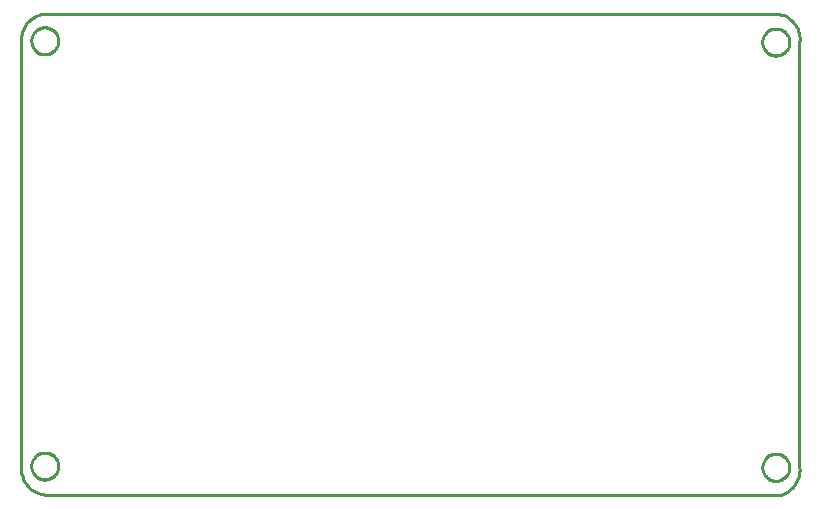
<source format=gbr>
G04 EAGLE Gerber X2 export*
%TF.Part,Single*%
%TF.FileFunction,Profile,NP*%
%TF.FilePolarity,Positive*%
%TF.GenerationSoftware,Autodesk,EAGLE,8.6.3*%
%TF.CreationDate,2023-08-23T14:46:16Z*%
G75*
%MOMM*%
%FSLAX34Y34*%
%LPD*%
%AMOC8*
5,1,8,0,0,1.08239X$1,22.5*%
G01*
%ADD10C,0.254000*%


D10*
X-108966Y21016D02*
X-109058Y19066D01*
X-108980Y17115D01*
X-108733Y15179D01*
X-108317Y13271D01*
X-107737Y11407D01*
X-106996Y9601D01*
X-106101Y7866D01*
X-105058Y6215D01*
X-103875Y4662D01*
X-102562Y3218D01*
X-101127Y1894D01*
X-99583Y700D01*
X-97940Y-355D01*
X-96212Y-1263D01*
X-94411Y-2017D01*
X-92551Y-2611D01*
X-90647Y-3040D01*
X-88712Y-3302D01*
X530254Y-3810D01*
X532144Y-3550D01*
X534005Y-3126D01*
X535821Y-2542D01*
X537580Y-1802D01*
X539267Y-911D01*
X540871Y124D01*
X542378Y1294D01*
X543777Y2591D01*
X545058Y4005D01*
X546211Y5526D01*
X547227Y7141D01*
X548098Y8839D01*
X548818Y10606D01*
X549382Y12429D01*
X549784Y14294D01*
X550022Y16187D01*
X550094Y18094D01*
X550000Y20000D01*
X550000Y380000D01*
X550139Y381886D01*
X550114Y383776D01*
X549924Y385657D01*
X549571Y387515D01*
X549057Y389334D01*
X548386Y391102D01*
X547564Y392805D01*
X546597Y394430D01*
X545492Y395964D01*
X544257Y397396D01*
X542902Y398715D01*
X541438Y399910D01*
X539874Y400974D01*
X538224Y401897D01*
X536500Y402673D01*
X534715Y403296D01*
X532882Y403761D01*
X531016Y404064D01*
X-88712Y404064D01*
X-90594Y403860D01*
X-92450Y403493D01*
X-94268Y402965D01*
X-96033Y402280D01*
X-97731Y401445D01*
X-99350Y400465D01*
X-100878Y399347D01*
X-102302Y398101D01*
X-103612Y396735D01*
X-104799Y395260D01*
X-105852Y393687D01*
X-106764Y392029D01*
X-107528Y390297D01*
X-108138Y388505D01*
X-108590Y386667D01*
X-108880Y384797D01*
X-109005Y382908D01*
X-108966Y381016D01*
X-108966Y21016D01*
X541430Y19551D02*
X541360Y18656D01*
X541219Y17768D01*
X541009Y16895D01*
X540732Y16041D01*
X540388Y15211D01*
X539980Y14411D01*
X539511Y13645D01*
X538983Y12918D01*
X538400Y12235D01*
X537765Y11600D01*
X537082Y11017D01*
X536355Y10489D01*
X535589Y10020D01*
X534789Y9612D01*
X533959Y9268D01*
X533105Y8991D01*
X532232Y8781D01*
X531345Y8640D01*
X530449Y8570D01*
X529551Y8570D01*
X528656Y8640D01*
X527768Y8781D01*
X526895Y8991D01*
X526041Y9268D01*
X525211Y9612D01*
X524411Y10020D01*
X523645Y10489D01*
X522918Y11017D01*
X522235Y11600D01*
X521600Y12235D01*
X521017Y12918D01*
X520489Y13645D01*
X520020Y14411D01*
X519612Y15211D01*
X519268Y16041D01*
X518991Y16895D01*
X518781Y17768D01*
X518640Y18656D01*
X518570Y19551D01*
X518570Y20449D01*
X518640Y21345D01*
X518781Y22232D01*
X518991Y23105D01*
X519268Y23959D01*
X519612Y24789D01*
X520020Y25589D01*
X520489Y26355D01*
X521017Y27082D01*
X521600Y27765D01*
X522235Y28400D01*
X522918Y28983D01*
X523645Y29511D01*
X524411Y29980D01*
X525211Y30388D01*
X526041Y30732D01*
X526895Y31009D01*
X527768Y31219D01*
X528656Y31360D01*
X529551Y31430D01*
X530449Y31430D01*
X531345Y31360D01*
X532232Y31219D01*
X533105Y31009D01*
X533959Y30732D01*
X534789Y30388D01*
X535589Y29980D01*
X536355Y29511D01*
X537082Y28983D01*
X537765Y28400D01*
X538400Y27765D01*
X538983Y27082D01*
X539511Y26355D01*
X539980Y25589D01*
X540388Y24789D01*
X540732Y23959D01*
X541009Y23105D01*
X541219Y22232D01*
X541360Y21345D01*
X541430Y20449D01*
X541430Y19551D01*
X541430Y379551D02*
X541360Y378656D01*
X541219Y377768D01*
X541009Y376895D01*
X540732Y376041D01*
X540388Y375211D01*
X539980Y374411D01*
X539511Y373645D01*
X538983Y372918D01*
X538400Y372235D01*
X537765Y371600D01*
X537082Y371017D01*
X536355Y370489D01*
X535589Y370020D01*
X534789Y369612D01*
X533959Y369268D01*
X533105Y368991D01*
X532232Y368781D01*
X531345Y368640D01*
X530449Y368570D01*
X529551Y368570D01*
X528656Y368640D01*
X527768Y368781D01*
X526895Y368991D01*
X526041Y369268D01*
X525211Y369612D01*
X524411Y370020D01*
X523645Y370489D01*
X522918Y371017D01*
X522235Y371600D01*
X521600Y372235D01*
X521017Y372918D01*
X520489Y373645D01*
X520020Y374411D01*
X519612Y375211D01*
X519268Y376041D01*
X518991Y376895D01*
X518781Y377768D01*
X518640Y378656D01*
X518570Y379551D01*
X518570Y380449D01*
X518640Y381345D01*
X518781Y382232D01*
X518991Y383105D01*
X519268Y383959D01*
X519612Y384789D01*
X520020Y385589D01*
X520489Y386355D01*
X521017Y387082D01*
X521600Y387765D01*
X522235Y388400D01*
X522918Y388983D01*
X523645Y389511D01*
X524411Y389980D01*
X525211Y390388D01*
X526041Y390732D01*
X526895Y391009D01*
X527768Y391219D01*
X528656Y391360D01*
X529551Y391430D01*
X530449Y391430D01*
X531345Y391360D01*
X532232Y391219D01*
X533105Y391009D01*
X533959Y390732D01*
X534789Y390388D01*
X535589Y389980D01*
X536355Y389511D01*
X537082Y388983D01*
X537765Y388400D01*
X538400Y387765D01*
X538983Y387082D01*
X539511Y386355D01*
X539980Y385589D01*
X540388Y384789D01*
X540732Y383959D01*
X541009Y383105D01*
X541219Y382232D01*
X541360Y381345D01*
X541430Y380449D01*
X541430Y379551D01*
X-77536Y20567D02*
X-77606Y19672D01*
X-77747Y18784D01*
X-77957Y17911D01*
X-78234Y17057D01*
X-78578Y16227D01*
X-78986Y15427D01*
X-79455Y14661D01*
X-79983Y13934D01*
X-80566Y13251D01*
X-81201Y12616D01*
X-81884Y12033D01*
X-82611Y11505D01*
X-83377Y11036D01*
X-84177Y10628D01*
X-85007Y10284D01*
X-85861Y10007D01*
X-86734Y9797D01*
X-87622Y9656D01*
X-88517Y9586D01*
X-89415Y9586D01*
X-90311Y9656D01*
X-91198Y9797D01*
X-92071Y10007D01*
X-92925Y10284D01*
X-93755Y10628D01*
X-94555Y11036D01*
X-95321Y11505D01*
X-96048Y12033D01*
X-96731Y12616D01*
X-97366Y13251D01*
X-97949Y13934D01*
X-98477Y14661D01*
X-98946Y15427D01*
X-99354Y16227D01*
X-99698Y17057D01*
X-99975Y17911D01*
X-100185Y18784D01*
X-100326Y19672D01*
X-100396Y20567D01*
X-100396Y21465D01*
X-100326Y22361D01*
X-100185Y23248D01*
X-99975Y24121D01*
X-99698Y24975D01*
X-99354Y25805D01*
X-98946Y26605D01*
X-98477Y27371D01*
X-97949Y28098D01*
X-97366Y28781D01*
X-96731Y29416D01*
X-96048Y29999D01*
X-95321Y30527D01*
X-94555Y30996D01*
X-93755Y31404D01*
X-92925Y31748D01*
X-92071Y32025D01*
X-91198Y32235D01*
X-90311Y32376D01*
X-89415Y32446D01*
X-88517Y32446D01*
X-87622Y32376D01*
X-86734Y32235D01*
X-85861Y32025D01*
X-85007Y31748D01*
X-84177Y31404D01*
X-83377Y30996D01*
X-82611Y30527D01*
X-81884Y29999D01*
X-81201Y29416D01*
X-80566Y28781D01*
X-79983Y28098D01*
X-79455Y27371D01*
X-78986Y26605D01*
X-78578Y25805D01*
X-78234Y24975D01*
X-77957Y24121D01*
X-77747Y23248D01*
X-77606Y22361D01*
X-77536Y21465D01*
X-77536Y20567D01*
X-77536Y380567D02*
X-77606Y379672D01*
X-77747Y378784D01*
X-77957Y377911D01*
X-78234Y377057D01*
X-78578Y376227D01*
X-78986Y375427D01*
X-79455Y374661D01*
X-79983Y373934D01*
X-80566Y373251D01*
X-81201Y372616D01*
X-81884Y372033D01*
X-82611Y371505D01*
X-83377Y371036D01*
X-84177Y370628D01*
X-85007Y370284D01*
X-85861Y370007D01*
X-86734Y369797D01*
X-87622Y369656D01*
X-88517Y369586D01*
X-89415Y369586D01*
X-90311Y369656D01*
X-91198Y369797D01*
X-92071Y370007D01*
X-92925Y370284D01*
X-93755Y370628D01*
X-94555Y371036D01*
X-95321Y371505D01*
X-96048Y372033D01*
X-96731Y372616D01*
X-97366Y373251D01*
X-97949Y373934D01*
X-98477Y374661D01*
X-98946Y375427D01*
X-99354Y376227D01*
X-99698Y377057D01*
X-99975Y377911D01*
X-100185Y378784D01*
X-100326Y379672D01*
X-100396Y380567D01*
X-100396Y381465D01*
X-100326Y382361D01*
X-100185Y383248D01*
X-99975Y384121D01*
X-99698Y384975D01*
X-99354Y385805D01*
X-98946Y386605D01*
X-98477Y387371D01*
X-97949Y388098D01*
X-97366Y388781D01*
X-96731Y389416D01*
X-96048Y389999D01*
X-95321Y390527D01*
X-94555Y390996D01*
X-93755Y391404D01*
X-92925Y391748D01*
X-92071Y392025D01*
X-91198Y392235D01*
X-90311Y392376D01*
X-89415Y392446D01*
X-88517Y392446D01*
X-87622Y392376D01*
X-86734Y392235D01*
X-85861Y392025D01*
X-85007Y391748D01*
X-84177Y391404D01*
X-83377Y390996D01*
X-82611Y390527D01*
X-81884Y389999D01*
X-81201Y389416D01*
X-80566Y388781D01*
X-79983Y388098D01*
X-79455Y387371D01*
X-78986Y386605D01*
X-78578Y385805D01*
X-78234Y384975D01*
X-77957Y384121D01*
X-77747Y383248D01*
X-77606Y382361D01*
X-77536Y381465D01*
X-77536Y380567D01*
M02*

</source>
